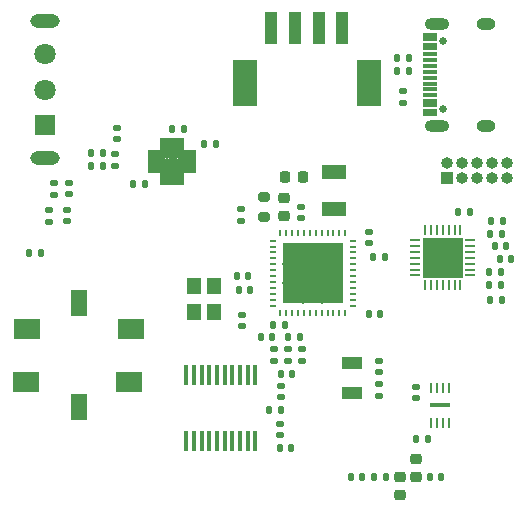
<source format=gts>
G04 #@! TF.GenerationSoftware,KiCad,Pcbnew,(7.0.0)*
G04 #@! TF.CreationDate,2023-11-05T02:12:40-05:00*
G04 #@! TF.ProjectId,Emrick,456d7269-636b-42e6-9b69-6361645f7063,5.1*
G04 #@! TF.SameCoordinates,Original*
G04 #@! TF.FileFunction,Soldermask,Top*
G04 #@! TF.FilePolarity,Negative*
%FSLAX46Y46*%
G04 Gerber Fmt 4.6, Leading zero omitted, Abs format (unit mm)*
G04 Created by KiCad (PCBNEW (7.0.0)) date 2023-11-05 02:12:40*
%MOMM*%
%LPD*%
G01*
G04 APERTURE LIST*
G04 Aperture macros list*
%AMRoundRect*
0 Rectangle with rounded corners*
0 $1 Rounding radius*
0 $2 $3 $4 $5 $6 $7 $8 $9 X,Y pos of 4 corners*
0 Add a 4 corners polygon primitive as box body*
4,1,4,$2,$3,$4,$5,$6,$7,$8,$9,$2,$3,0*
0 Add four circle primitives for the rounded corners*
1,1,$1+$1,$2,$3*
1,1,$1+$1,$4,$5*
1,1,$1+$1,$6,$7*
1,1,$1+$1,$8,$9*
0 Add four rect primitives between the rounded corners*
20,1,$1+$1,$2,$3,$4,$5,0*
20,1,$1+$1,$4,$5,$6,$7,0*
20,1,$1+$1,$6,$7,$8,$9,0*
20,1,$1+$1,$8,$9,$2,$3,0*%
G04 Aperture macros list end*
%ADD10C,0.100000*%
%ADD11R,1.200000X1.400000*%
%ADD12R,2.200000X1.700000*%
%ADD13R,1.400000X2.200000*%
%ADD14RoundRect,0.135000X0.135000X0.185000X-0.135000X0.185000X-0.135000X-0.185000X0.135000X-0.185000X0*%
%ADD15R,2.000000X1.200000*%
%ADD16RoundRect,0.147500X-0.172500X0.147500X-0.172500X-0.147500X0.172500X-0.147500X0.172500X0.147500X0*%
%ADD17RoundRect,0.140000X0.140000X0.170000X-0.140000X0.170000X-0.140000X-0.170000X0.140000X-0.170000X0*%
%ADD18RoundRect,0.225000X0.250000X-0.225000X0.250000X0.225000X-0.250000X0.225000X-0.250000X-0.225000X0*%
%ADD19RoundRect,0.140000X-0.170000X0.140000X-0.170000X-0.140000X0.170000X-0.140000X0.170000X0.140000X0*%
%ADD20RoundRect,0.140000X-0.140000X-0.170000X0.140000X-0.170000X0.140000X0.170000X-0.140000X0.170000X0*%
%ADD21RoundRect,0.135000X0.185000X-0.135000X0.185000X0.135000X-0.185000X0.135000X-0.185000X-0.135000X0*%
%ADD22RoundRect,0.135000X-0.135000X-0.185000X0.135000X-0.185000X0.135000X0.185000X-0.135000X0.185000X0*%
%ADD23R,0.965200X0.254000*%
%ADD24R,0.254000X0.965200*%
%ADD25R,3.352800X3.352800*%
%ADD26R,0.355600X1.676400*%
%ADD27R,0.850000X0.280000*%
%ADD28R,0.280000X0.850000*%
%ADD29C,0.508000*%
%ADD30RoundRect,0.140000X0.170000X-0.140000X0.170000X0.140000X-0.170000X0.140000X-0.170000X-0.140000X0*%
%ADD31R,1.800000X1.800000*%
%ADD32C,1.800000*%
%ADD33O,2.500000X1.200000*%
%ADD34O,0.240000X0.599999*%
%ADD35O,0.599999X0.240000*%
%ADD36C,0.499999*%
%ADD37R,5.150000X5.150000*%
%ADD38R,1.800000X1.000000*%
%ADD39R,1.000000X1.000000*%
%ADD40O,1.000000X1.000000*%
%ADD41R,1.000000X2.700000*%
%ADD42R,2.000000X4.000000*%
%ADD43RoundRect,0.225000X-0.250000X0.225000X-0.250000X-0.225000X0.250000X-0.225000X0.250000X0.225000X0*%
%ADD44C,0.650000*%
%ADD45R,1.150000X0.300000*%
%ADD46O,2.100000X1.000000*%
%ADD47O,1.600000X1.000000*%
%ADD48RoundRect,0.147500X0.172500X-0.147500X0.172500X0.147500X-0.172500X0.147500X-0.172500X-0.147500X0*%
%ADD49RoundRect,0.147500X-0.147500X-0.172500X0.147500X-0.172500X0.147500X0.172500X-0.147500X0.172500X0*%
%ADD50R,0.254000X0.812800*%
%ADD51R,1.701800X0.304800*%
%ADD52RoundRect,0.200000X-0.275000X0.200000X-0.275000X-0.200000X0.275000X-0.200000X0.275000X0.200000X0*%
%ADD53RoundRect,0.225000X0.225000X0.250000X-0.225000X0.250000X-0.225000X-0.250000X0.225000X-0.250000X0*%
G04 APERTURE END LIST*
G36*
X92244595Y-29609596D02*
G01*
X91255404Y-29609596D01*
X91255404Y-29190402D01*
X92244595Y-29190402D01*
X92244595Y-29609596D01*
G37*
D10*
X92244595Y-29609596D02*
X91255404Y-29609596D01*
X91255404Y-29190402D01*
X92244595Y-29190402D01*
X92244595Y-29609596D01*
G36*
X92244595Y-30109595D02*
G01*
X91255404Y-30109595D01*
X91255404Y-29690404D01*
X92244595Y-29690404D01*
X92244595Y-30109595D01*
G37*
X92244595Y-30109595D02*
X91255404Y-30109595D01*
X91255404Y-29690404D01*
X92244595Y-29690404D01*
X92244595Y-30109595D01*
G36*
X92244595Y-30609594D02*
G01*
X91255404Y-30609594D01*
X91255404Y-30190403D01*
X92244595Y-30190403D01*
X92244595Y-30609594D01*
G37*
X92244595Y-30609594D02*
X91255404Y-30609594D01*
X91255404Y-30190403D01*
X92244595Y-30190403D01*
X92244595Y-30609594D01*
G36*
X92244595Y-31109596D02*
G01*
X91255404Y-31109596D01*
X91255404Y-30690402D01*
X92244595Y-30690402D01*
X92244595Y-31109596D01*
G37*
X92244595Y-31109596D02*
X91255404Y-31109596D01*
X91255404Y-30690402D01*
X92244595Y-30690402D01*
X92244595Y-31109596D01*
G36*
X92684406Y-29169595D02*
G01*
X92265214Y-29169595D01*
X92265214Y-28180404D01*
X92684406Y-28180404D01*
X92684406Y-29169595D01*
G37*
X92684406Y-29169595D02*
X92265214Y-29169595D01*
X92265214Y-28180404D01*
X92684406Y-28180404D01*
X92684406Y-29169595D01*
G36*
X92684406Y-32119594D02*
G01*
X92265214Y-32119594D01*
X92265214Y-31130403D01*
X92684406Y-31130403D01*
X92684406Y-32119594D01*
G37*
X92684406Y-32119594D02*
X92265214Y-32119594D01*
X92265214Y-31130403D01*
X92684406Y-31130403D01*
X92684406Y-32119594D01*
G36*
X92631299Y-31063499D02*
G01*
X92311499Y-31063499D01*
X92311499Y-29236499D01*
X92631299Y-29236499D01*
X92631299Y-31063499D01*
G37*
X92631299Y-31063499D02*
X92311499Y-31063499D01*
X92311499Y-29236499D01*
X92631299Y-29236499D01*
X92631299Y-31063499D01*
G36*
X94138499Y-29556299D02*
G01*
X92311499Y-29556299D01*
X92311499Y-29236499D01*
X94138499Y-29236499D01*
X94138499Y-29556299D01*
G37*
X94138499Y-29556299D02*
X92311499Y-29556299D01*
X92311499Y-29236499D01*
X94138499Y-29236499D01*
X94138499Y-29556299D01*
G36*
X94138499Y-30343699D02*
G01*
X92311499Y-30343699D01*
X92311499Y-29956299D01*
X94138499Y-29956299D01*
X94138499Y-30343699D01*
G37*
X94138499Y-30343699D02*
X92311499Y-30343699D01*
X92311499Y-29956299D01*
X94138499Y-29956299D01*
X94138499Y-30343699D01*
G36*
X94138499Y-31063499D02*
G01*
X92311499Y-31063499D01*
X92311499Y-30743699D01*
X94138499Y-30743699D01*
X94138499Y-31063499D01*
G37*
X94138499Y-31063499D02*
X92311499Y-31063499D01*
X92311499Y-30743699D01*
X94138499Y-30743699D01*
X94138499Y-31063499D01*
G36*
X93184532Y-29169595D02*
G01*
X92765340Y-29169595D01*
X92765340Y-28180404D01*
X93184532Y-28180404D01*
X93184532Y-29169595D01*
G37*
X93184532Y-29169595D02*
X92765340Y-29169595D01*
X92765340Y-28180404D01*
X93184532Y-28180404D01*
X93184532Y-29169595D01*
G36*
X93184532Y-32119594D02*
G01*
X92765340Y-32119594D01*
X92765340Y-31130403D01*
X93184532Y-31130403D01*
X93184532Y-32119594D01*
G37*
X93184532Y-32119594D02*
X92765340Y-32119594D01*
X92765340Y-31130403D01*
X93184532Y-31130403D01*
X93184532Y-32119594D01*
G36*
X93684658Y-29169595D02*
G01*
X93265466Y-29169595D01*
X93265466Y-28180404D01*
X93684658Y-28180404D01*
X93684658Y-29169595D01*
G37*
X93684658Y-29169595D02*
X93265466Y-29169595D01*
X93265466Y-28180404D01*
X93684658Y-28180404D01*
X93684658Y-29169595D01*
G36*
X93684658Y-32119594D02*
G01*
X93265466Y-32119594D01*
X93265466Y-31130403D01*
X93684658Y-31130403D01*
X93684658Y-32119594D01*
G37*
X93684658Y-32119594D02*
X93265466Y-32119594D01*
X93265466Y-31130403D01*
X93684658Y-31130403D01*
X93684658Y-32119594D01*
G36*
X93418699Y-31063499D02*
G01*
X93031299Y-31063499D01*
X93031299Y-29236499D01*
X93418699Y-29236499D01*
X93418699Y-31063499D01*
G37*
X93418699Y-31063499D02*
X93031299Y-31063499D01*
X93031299Y-29236499D01*
X93418699Y-29236499D01*
X93418699Y-31063499D01*
G36*
X94184784Y-29169595D02*
G01*
X93765592Y-29169595D01*
X93765592Y-28180404D01*
X94184784Y-28180404D01*
X94184784Y-29169595D01*
G37*
X94184784Y-29169595D02*
X93765592Y-29169595D01*
X93765592Y-28180404D01*
X94184784Y-28180404D01*
X94184784Y-29169595D01*
G36*
X94184784Y-32119594D02*
G01*
X93765592Y-32119594D01*
X93765592Y-31130403D01*
X94184784Y-31130403D01*
X94184784Y-32119594D01*
G37*
X94184784Y-32119594D02*
X93765592Y-32119594D01*
X93765592Y-31130403D01*
X94184784Y-31130403D01*
X94184784Y-32119594D01*
G36*
X94138499Y-31063499D02*
G01*
X93818699Y-31063499D01*
X93818699Y-29236499D01*
X94138499Y-29236499D01*
X94138499Y-31063499D01*
G37*
X94138499Y-31063499D02*
X93818699Y-31063499D01*
X93818699Y-29236499D01*
X94138499Y-29236499D01*
X94138499Y-31063499D01*
G36*
X95194594Y-29609596D02*
G01*
X94205403Y-29609596D01*
X94205403Y-29190402D01*
X95194594Y-29190402D01*
X95194594Y-29609596D01*
G37*
X95194594Y-29609596D02*
X94205403Y-29609596D01*
X94205403Y-29190402D01*
X95194594Y-29190402D01*
X95194594Y-29609596D01*
G36*
X95194594Y-30109595D02*
G01*
X94205403Y-30109595D01*
X94205403Y-29690404D01*
X95194594Y-29690404D01*
X95194594Y-30109595D01*
G37*
X95194594Y-30109595D02*
X94205403Y-30109595D01*
X94205403Y-29690404D01*
X95194594Y-29690404D01*
X95194594Y-30109595D01*
G36*
X95194594Y-30609594D02*
G01*
X94205403Y-30609594D01*
X94205403Y-30190403D01*
X95194594Y-30190403D01*
X95194594Y-30609594D01*
G37*
X95194594Y-30609594D02*
X94205403Y-30609594D01*
X94205403Y-30190403D01*
X95194594Y-30190403D01*
X95194594Y-30609594D01*
G36*
X95194594Y-31109596D02*
G01*
X94205403Y-31109596D01*
X94205403Y-30690402D01*
X95194594Y-30690402D01*
X95194594Y-31109596D01*
G37*
X95194594Y-31109596D02*
X94205403Y-31109596D01*
X94205403Y-30690402D01*
X95194594Y-30690402D01*
X95194594Y-31109596D01*
D11*
X96849999Y-42949999D03*
X96849999Y-40749999D03*
X95149999Y-40749999D03*
X95149999Y-42949999D03*
D12*
X81006999Y-44358999D03*
X89807999Y-44358999D03*
X80879999Y-48858999D03*
X89680999Y-48858999D03*
D13*
X85407999Y-51008999D03*
X85407999Y-42208999D03*
D14*
X113360000Y-21400000D03*
X112340000Y-21400000D03*
D15*
X106999999Y-34249999D03*
X106999999Y-31049999D03*
D16*
X102400000Y-52385000D03*
X102400000Y-53355000D03*
X101900000Y-46080000D03*
X101900000Y-47050000D03*
D17*
X99705000Y-39925000D03*
X98745000Y-39925000D03*
D18*
X113950000Y-56925000D03*
X113950000Y-55375000D03*
D19*
X99200000Y-43170000D03*
X99200000Y-44130000D03*
D20*
X109920000Y-43150000D03*
X110880000Y-43150000D03*
X120320000Y-35250000D03*
X121280000Y-35250000D03*
D17*
X94280000Y-27450000D03*
X93320000Y-27450000D03*
D14*
X121154000Y-39537000D03*
X120134000Y-39537000D03*
X90985000Y-32125000D03*
X89965000Y-32125000D03*
D21*
X83312000Y-33024000D03*
X83312000Y-32004000D03*
D22*
X86408800Y-29464000D03*
X87428800Y-29464000D03*
D19*
X103100000Y-46090000D03*
X103100000Y-47050000D03*
D23*
X118524099Y-39849999D03*
X118524099Y-39350000D03*
X118524099Y-38849998D03*
X118524099Y-38349999D03*
X118524099Y-37850000D03*
X118524099Y-37349998D03*
X118524099Y-36849999D03*
D24*
X117699999Y-36025899D03*
X117200000Y-36025899D03*
X116699998Y-36025899D03*
X116199999Y-36025899D03*
X115700000Y-36025899D03*
X115199998Y-36025899D03*
X114699999Y-36025899D03*
D23*
X113875899Y-36849999D03*
X113875899Y-37349998D03*
X113875899Y-37850000D03*
X113875899Y-38349999D03*
X113875899Y-38849998D03*
X113875899Y-39350000D03*
X113875899Y-39849999D03*
D24*
X114699999Y-40674099D03*
X115199998Y-40674099D03*
X115700000Y-40674099D03*
X116199999Y-40674099D03*
X116699998Y-40674099D03*
X117200000Y-40674099D03*
X117699999Y-40674099D03*
D25*
X116199999Y-38349999D03*
D14*
X118510000Y-34450000D03*
X117490000Y-34450000D03*
D26*
X94479999Y-53898799D03*
X95130000Y-53898799D03*
X95779998Y-53898799D03*
X96430000Y-53898799D03*
X97079998Y-53898799D03*
X97729997Y-53898799D03*
X98379998Y-53898799D03*
X99029997Y-53898799D03*
X99679998Y-53898799D03*
X100329997Y-53898799D03*
X100329999Y-48259999D03*
X99680001Y-48259999D03*
X99030000Y-48259999D03*
X98380001Y-48259999D03*
X97730000Y-48259999D03*
X97080001Y-48259999D03*
X96430000Y-48259999D03*
X95780001Y-48259999D03*
X95130000Y-48259999D03*
X94480001Y-48259999D03*
D27*
X91749997Y-29399997D03*
X91749997Y-29899998D03*
X91749997Y-30399998D03*
X91749997Y-30899999D03*
D28*
X92474809Y-31624999D03*
X92974935Y-31624999D03*
X93475061Y-31624999D03*
X93975187Y-31624999D03*
D27*
X94699999Y-30899999D03*
X94699999Y-30399998D03*
X94699999Y-29899998D03*
X94699999Y-29399997D03*
D28*
X93975187Y-28674997D03*
X93475061Y-28674997D03*
X92974935Y-28674997D03*
X92474809Y-28674997D03*
D29*
X92831299Y-29756299D03*
X92831299Y-30543699D03*
X93618699Y-29756299D03*
X93618699Y-30543699D03*
D30*
X104200000Y-34980000D03*
X104200000Y-34020000D03*
X88600000Y-28330000D03*
X88600000Y-27370000D03*
D20*
X110320000Y-38250000D03*
X111280000Y-38250000D03*
D31*
X82549999Y-27129999D03*
D32*
X82550000Y-24130000D03*
X82550000Y-21130000D03*
D33*
X82549999Y-18329999D03*
X82549999Y-29929999D03*
D20*
X100826000Y-45070000D03*
X101786000Y-45070000D03*
D34*
X102449999Y-43050000D03*
X102949998Y-43050000D03*
X103449997Y-43050000D03*
X103949999Y-43050000D03*
X104449998Y-43050000D03*
X104949999Y-43050000D03*
X105449999Y-43050000D03*
X105949997Y-43050000D03*
X106449999Y-43050000D03*
X106949998Y-43050000D03*
X107450000Y-43050000D03*
X107949999Y-43050000D03*
D35*
X108600000Y-42399999D03*
X108600000Y-41900000D03*
X108600000Y-41400001D03*
X108600000Y-40899999D03*
X108600000Y-40400000D03*
X108600000Y-39899999D03*
X108600000Y-39399999D03*
X108600000Y-38900001D03*
X108600000Y-38399999D03*
X108600000Y-37900000D03*
X108600000Y-37399998D03*
X108600000Y-36899999D03*
D34*
X107949999Y-36249998D03*
X107450000Y-36249998D03*
X106949998Y-36249998D03*
X106449999Y-36249998D03*
X105949997Y-36249998D03*
X105449999Y-36249998D03*
X104949999Y-36249998D03*
X104449998Y-36249998D03*
X103949999Y-36249998D03*
X103449997Y-36249998D03*
X102949998Y-36249998D03*
X102449999Y-36249998D03*
D35*
X101799998Y-36899999D03*
X101799998Y-37399998D03*
X101799998Y-37900000D03*
X101799998Y-38399999D03*
X101799998Y-38900001D03*
X101799998Y-39399999D03*
X101799998Y-39899999D03*
X101799998Y-40400000D03*
X101799998Y-40899999D03*
X101799998Y-41400001D03*
X101799998Y-41900000D03*
X101799998Y-42399999D03*
D36*
X104396499Y-41974999D03*
X106003501Y-41974999D03*
X102875001Y-40453501D03*
X104396499Y-40453501D03*
X106003501Y-40453501D03*
X107524999Y-40453501D03*
D37*
X105199999Y-39649999D03*
D36*
X102875001Y-38846499D03*
X104396499Y-38846499D03*
X106003501Y-38846499D03*
X107524999Y-38846499D03*
X104396499Y-37325001D03*
X106003501Y-37325001D03*
D17*
X99880000Y-41050000D03*
X98920000Y-41050000D03*
D38*
X108499999Y-49799999D03*
X108499999Y-47299999D03*
D14*
X121154000Y-40680000D03*
X120134000Y-40680000D03*
D39*
X116549999Y-31574999D03*
D40*
X116549999Y-30304999D03*
X117819999Y-31574999D03*
X117819999Y-30304999D03*
X119089999Y-31574999D03*
X119089999Y-30304999D03*
X120359999Y-31574999D03*
X120359999Y-30304999D03*
X121629999Y-31574999D03*
X121629999Y-30304999D03*
D19*
X88442800Y-29593600D03*
X88442800Y-30553600D03*
D41*
X101695999Y-18922999D03*
X103695999Y-18922999D03*
X105695999Y-18922999D03*
X107695999Y-18922999D03*
D42*
X109945999Y-23522999D03*
X99445999Y-23522999D03*
D19*
X113900000Y-49270000D03*
X113900000Y-50230000D03*
D14*
X87428800Y-30564000D03*
X86408800Y-30564000D03*
D17*
X102480000Y-51270000D03*
X101520000Y-51270000D03*
D18*
X102800000Y-34825000D03*
X102800000Y-33275000D03*
D43*
X112600000Y-56925000D03*
X112600000Y-58475000D03*
D20*
X115120000Y-56925000D03*
X116080000Y-56925000D03*
D44*
X116195000Y-25740000D03*
X116195000Y-19960000D03*
D45*
X115129999Y-26199999D03*
X115129999Y-25399999D03*
X115129999Y-24099999D03*
X115129999Y-23099999D03*
X115129999Y-22599999D03*
X115129999Y-21599999D03*
X115129999Y-20299999D03*
X115129999Y-19499999D03*
X115129999Y-19799999D03*
X115129999Y-20599999D03*
X115129999Y-21099999D03*
X115129999Y-22099999D03*
X115129999Y-23599999D03*
X115129999Y-24599999D03*
X115129999Y-25099999D03*
X115129999Y-25899999D03*
D46*
X115694999Y-27169999D03*
D47*
X119874999Y-27169999D03*
D46*
X115694999Y-18529999D03*
D47*
X119874999Y-18529999D03*
D30*
X110000000Y-37130000D03*
X110000000Y-36170000D03*
D20*
X102520000Y-48170000D03*
X103480000Y-48170000D03*
D14*
X82171000Y-37973000D03*
X81151000Y-37973000D03*
D20*
X102420000Y-54450000D03*
X103380000Y-54450000D03*
D48*
X84424000Y-35260000D03*
X84424000Y-34290000D03*
D21*
X99150000Y-35210000D03*
X99150000Y-34190000D03*
D17*
X109362500Y-56925000D03*
X108402500Y-56925000D03*
D30*
X110800000Y-50030000D03*
X110800000Y-49070000D03*
D20*
X121020000Y-38450000D03*
X121980000Y-38450000D03*
D22*
X112315000Y-22550000D03*
X113335000Y-22550000D03*
D20*
X120220000Y-36300000D03*
X121180000Y-36300000D03*
D19*
X110800000Y-47070000D03*
X110800000Y-48030000D03*
D49*
X110397500Y-56925000D03*
X111367500Y-56925000D03*
D20*
X120620000Y-37350000D03*
X121580000Y-37350000D03*
D19*
X104300000Y-46090000D03*
X104300000Y-47050000D03*
D22*
X113940000Y-53700000D03*
X114960000Y-53700000D03*
X95965188Y-28725000D03*
X96985188Y-28725000D03*
D16*
X102500000Y-49185000D03*
X102500000Y-50155000D03*
D50*
X115237999Y-52297799D03*
X115745999Y-52297799D03*
X116253999Y-52297799D03*
X116761999Y-52297799D03*
X116761999Y-49402199D03*
X116253999Y-49402199D03*
X115745999Y-49402199D03*
X115237999Y-49402199D03*
D51*
X115999999Y-50849999D03*
D21*
X112800000Y-25210000D03*
X112800000Y-24190000D03*
D48*
X84527000Y-32974000D03*
X84527000Y-32004000D03*
D21*
X82900000Y-35310000D03*
X82900000Y-34290000D03*
D14*
X121192000Y-41914000D03*
X120172000Y-41914000D03*
D49*
X101837000Y-44070000D03*
X102807000Y-44070000D03*
D52*
X101100000Y-33225000D03*
X101100000Y-34875000D03*
D49*
X103107000Y-45070000D03*
X104077000Y-45070000D03*
D53*
X104375000Y-31550000D03*
X102825000Y-31550000D03*
M02*

</source>
